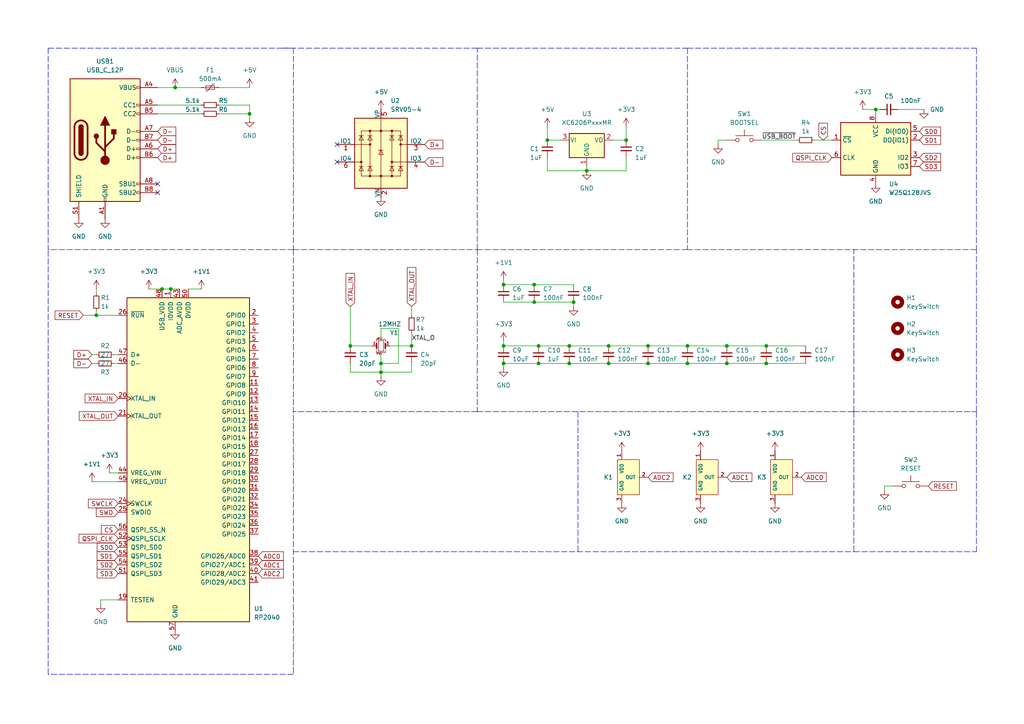
<source format=kicad_sch>
(kicad_sch (version 20211123) (generator eeschema)
  (paper "A4")
  (lib_symbols
    (symbol "Connector:USB_C_Receptacle_USB2.0" (pin_names (offset 1.016))
      (property "Reference" "J" (at -10.16 19.05 0))
      (property "Value" "USB_C_Receptacle_USB2.0" (at 19.05 19.05 0))
      (symbol "USB_C_Receptacle_USB2.0_0_0"
        (rectangle (start -0.254 -17.78) (end 0.254 -16.764))
        (rectangle (start 10.16 -14.986) (end 9.144 -15.494))
        (rectangle (start 10.16 -12.446) (end 9.144 -12.954))
        (rectangle (start 10.16 -4.826) (end 9.144 -5.334))
        (rectangle (start 10.16 -2.286) (end 9.144 -2.794))
        (rectangle (start 10.16 0.254) (end 9.144 -0.254))
        (rectangle (start 10.16 2.794) (end 9.144 2.286))
        (rectangle (start 10.16 7.874) (end 9.144 7.366))
        (rectangle (start 10.16 10.414) (end 9.144 9.906))
        (rectangle (start 10.16 15.494) (end 9.144 14.986))
      )
      (symbol "USB_C_Receptacle_USB2.0_0_1"
        (rectangle (start -10.16 17.78) (end 10.16 -17.78) (stroke (width 0.254)) (fill (type background)))
        (arc (start -8.89 -3.81) (mid -6.985 -5.715) (end -5.08 -3.81) (stroke (width 0.508)))
        (arc (start -7.62 -3.81) (mid -6.985 -4.445) (end -6.35 -3.81) (stroke (width 0.254)))
        (arc (start -7.62 -3.81) (mid -6.985 -4.445) (end -6.35 -3.81) (stroke (width 0.254)) (fill (type outline)))
        (rectangle (start -7.62 -3.81) (end -6.35 3.81) (stroke (width 0.254)) (fill (type outline)))
        (arc (start -6.35 3.81) (mid -6.985 4.445) (end -7.62 3.81) (stroke (width 0.254)))
        (arc (start -6.35 3.81) (mid -6.985 4.445) (end -7.62 3.81) (stroke (width 0.254)) (fill (type outline)))
        (arc (start -5.08 3.81) (mid -6.985 5.715) (end -8.89 3.81) (stroke (width 0.508)))
        (circle (center -2.54 1.143) (radius 0.635) (stroke (width 0.254)) (fill (type outline)))
        (circle (center 0 -5.842) (radius 1.27) (fill (type outline)))
        (polyline (pts (xy -8.89 -3.81) (xy -8.89 3.81)) (stroke (width 0.508)))
        (polyline (pts (xy -5.08 3.81) (xy -5.08 -3.81)) (stroke (width 0.508)))
        (polyline (pts (xy 0 -5.842) (xy 0 4.318)) (stroke (width 0.508)))
        (polyline (pts (xy 0 -3.302) (xy -2.54 -0.762) (xy -2.54 0.508)) (stroke (width 0.508)))
        (polyline (pts (xy 0 -2.032) (xy 2.54 0.508) (xy 2.54 1.778)) (stroke (width 0.508)))
        (polyline (pts (xy -1.27 4.318) (xy 0 6.858) (xy 1.27 4.318) (xy -1.27 4.318)) (stroke (width 0.254)) (fill (type outline)))
        (rectangle (start 1.905 1.778) (end 3.175 3.048) (stroke (width 0.254)) (fill (type outline)))
      )
      (symbol "USB_C_Receptacle_USB2.0_1_1"
        (pin passive line (at 0 -22.86 90) (length 5.08) (name "GND") (number "A1"))
        (pin passive line (at 0 -22.86 90) (length 5.08) hide (name "GND") (number "A12"))
        (pin passive line (at 15.24 15.24 180) (length 5.08) (name "VBUS") (number "A4"))
        (pin bidirectional line (at 15.24 10.16 180) (length 5.08) (name "CC1") (number "A5"))
        (pin bidirectional line (at 15.24 -2.54 180) (length 5.08) (name "D+") (number "A6"))
        (pin bidirectional line (at 15.24 2.54 180) (length 5.08) (name "D-") (number "A7"))
        (pin bidirectional line (at 15.24 -12.7 180) (length 5.08) (name "SBU1") (number "A8"))
        (pin passive line (at 15.24 15.24 180) (length 5.08) hide (name "VBUS") (number "A9"))
        (pin passive line (at 0 -22.86 90) (length 5.08) hide (name "GND") (number "B1"))
        (pin passive line (at 0 -22.86 90) (length 5.08) hide (name "GND") (number "B12"))
        (pin passive line (at 15.24 15.24 180) (length 5.08) hide (name "VBUS") (number "B4"))
        (pin bidirectional line (at 15.24 7.62 180) (length 5.08) (name "CC2") (number "B5"))
        (pin bidirectional line (at 15.24 -5.08 180) (length 5.08) (name "D+") (number "B6"))
        (pin bidirectional line (at 15.24 0 180) (length 5.08) (name "D-") (number "B7"))
        (pin bidirectional line (at 15.24 -15.24 180) (length 5.08) (name "SBU2") (number "B8"))
        (pin passive line (at 15.24 15.24 180) (length 5.08) hide (name "VBUS") (number "B9"))
        (pin passive line (at -7.62 -22.86 90) (length 5.08) (name "SHIELD") (number "S1"))
      )
    )
    (symbol "Device:C_Small" (pin_numbers hide) (pin_names (offset 0.254) hide)
      (property "Reference" "C" (at 0.254 1.778 0))
      (property "Value" "C_Small" (at 0.254 -2.032 0))
      (symbol "C_Small_0_1"
        (polyline (pts (xy -1.524 -0.508) (xy 1.524 -0.508)) (stroke (width 0.3302)))
        (polyline (pts (xy -1.524 0.508) (xy 1.524 0.508)) (stroke (width 0.3048)))
      )
      (symbol "C_Small_1_1"
        (pin passive line (at 0 2.54 270) (length 2.032) (name "~") (number "1"))
        (pin passive line (at 0 -2.54 90) (length 2.032) (name "~") (number "2"))
      )
    )
    (symbol "Device:Crystal_GND24_Small" (pin_names (offset 1.016) hide)
      (property "Reference" "Y" (at 1.27 4.445 0))
      (property "Value" "Crystal_GND24_Small" (at 1.27 2.54 0))
      (symbol "Crystal_GND24_Small_0_1"
        (rectangle (start -0.762 -1.524) (end 0.762 1.524))
        (polyline (pts (xy -1.27 -0.762) (xy -1.27 0.762)) (stroke (width 0.381)))
        (polyline (pts (xy 1.27 -0.762) (xy 1.27 0.762)) (stroke (width 0.381)))
        (polyline (pts (xy -1.27 -1.27) (xy -1.27 -1.905) (xy 1.27 -1.905) (xy 1.27 -1.27)))
        (polyline (pts (xy -1.27 1.27) (xy -1.27 1.905) (xy 1.27 1.905) (xy 1.27 1.27)))
      )
      (symbol "Crystal_GND24_Small_1_1"
        (pin passive line (at -2.54 0 0) (length 1.27) (name "1") (number "1"))
        (pin passive line (at 0 -2.54 90) (length 0.635) (name "2") (number "2"))
        (pin passive line (at 2.54 0 180) (length 1.27) (name "3") (number "3"))
        (pin passive line (at 0 2.54 270) (length 0.635) (name "4") (number "4"))
      )
    )
    (symbol "Device:Polyfuse_Small" (pin_numbers hide) (pin_names (offset 0))
      (property "Reference" "F" (at -1.905 0 90))
      (property "Value" "Polyfuse_Small" (at 1.905 0 90))
      (symbol "Polyfuse_Small_0_1"
        (rectangle (start -0.508 1.27) (end 0.508 -1.27))
        (polyline (pts (xy 0 2.54) (xy 0 -2.54)))
        (polyline (pts (xy -1.016 1.27) (xy -1.016 0.762) (xy 1.016 -0.762) (xy 1.016 -1.27)))
      )
      (symbol "Polyfuse_Small_1_1"
        (pin passive line (at 0 2.54 270) (length 0.635) (name "~") (number "1"))
        (pin passive line (at 0 -2.54 90) (length 0.635) (name "~") (number "2"))
      )
    )
    (symbol "Device:R_Small" (pin_numbers hide) (pin_names (offset 0.254) hide)
      (property "Reference" "R" (at 0.762 0.508 0))
      (property "Value" "R_Small" (at 0.762 -1.016 0))
      (symbol "R_Small_0_1"
        (rectangle (start -0.762 1.778) (end 0.762 -1.778) (stroke (width 0.2032)))
      )
      (symbol "R_Small_1_1"
        (pin passive line (at 0 2.54 270) (length 0.762) (name "~") (number "1"))
        (pin passive line (at 0 -2.54 90) (length 0.762) (name "~") (number "2"))
      )
    )
    (symbol "HallEffect49e:Hall_Sensor" (pin_names (offset 1.016))
      (property "Reference" "U?" (at -4.5212 0.9652 0))
      (symbol "Hall_Sensor_0_1"
        (rectangle (start -3.81 5.08) (end 2.54 -5.08) (fill (type background)))
      )
      (symbol "Hall_Sensor_1_1"
        (pin power_in line (at -2.54 7.62 270) (length 2.54) (name "VDD") (number "1"))
        (pin output line (at 5.08 0 180) (length 2.54) (name "OUT") (number "2"))
        (pin power_in line (at -2.54 -7.62 90) (length 2.54) (name "GND") (number "3"))
      )
    )
    (symbol "Mechanical:MountingHole" (pin_names (offset 1.016))
      (property "Reference" "H" (at 0 5.08 0))
      (property "Value" "MountingHole" (at 0 3.175 0))
      (symbol "MountingHole_0_1"
        (circle (center 0 0) (radius 1.27) (stroke (width 1.27)))
      )
    )
    (symbol "Memory_Flash:W25Q128JVS"
      (property "Reference" "U" (at -8.89 8.89 0))
      (property "Value" "W25Q128JVS" (at 7.62 8.89 0))
      (symbol "W25Q128JVS_0_1"
        (rectangle (start -10.16 7.62) (end 10.16 -7.62) (stroke (width 0.254)) (fill (type background)))
      )
      (symbol "W25Q128JVS_1_1"
        (pin input line (at -12.7 2.54 0) (length 2.54) (name "~{CS}") (number "1"))
        (pin bidirectional line (at 12.7 2.54 180) (length 2.54) (name "DO(IO1)") (number "2"))
        (pin bidirectional line (at 12.7 -2.54 180) (length 2.54) (name "IO2") (number "3"))
        (pin power_in line (at 0 -10.16 90) (length 2.54) (name "GND") (number "4"))
        (pin bidirectional line (at 12.7 5.08 180) (length 2.54) (name "DI(IO0)") (number "5"))
        (pin input line (at -12.7 -2.54 0) (length 2.54) (name "CLK") (number "6"))
        (pin bidirectional line (at 12.7 -5.08 180) (length 2.54) (name "IO3") (number "7"))
        (pin power_in line (at 0 10.16 270) (length 2.54) (name "VCC") (number "8"))
      )
    )
    (symbol "Regulator_Linear:XC6206PxxxMR" (pin_names (offset 0.254))
      (property "Reference" "U" (at -3.81 3.175 0))
      (property "Value" "XC6206PxxxMR" (at 0 3.175 0))
      (symbol "XC6206PxxxMR_0_1"
        (rectangle (start -5.08 1.905) (end 5.08 -5.08) (stroke (width 0.254)) (fill (type background)))
      )
      (symbol "XC6206PxxxMR_1_1"
        (pin power_in line (at 0 -7.62 90) (length 2.54) (name "GND") (number "1"))
        (pin power_out line (at 7.62 0 180) (length 2.54) (name "VO") (number "2"))
        (pin power_in line (at -7.62 0 0) (length 2.54) (name "VI") (number "3"))
      )
    )
    (symbol "Sleep-lib:RP2040" (pin_names (offset 1.016))
      (property "Reference" "U" (at 8.89 51.435 0))
      (property "Value" "RP2040" (at 8.89 48.895 0))
      (symbol "RP2040_0_0"
        (rectangle (start -17.78 -45.72) (end 17.78 48.26) (stroke (width 0.254)) (fill (type background)))
      )
      (symbol "RP2040_1_1"
        (pin power_in line (at -5.08 50.8 270) (length 2.54) (name "IOVDD") (number "1"))
        (pin power_in line (at -5.08 50.8 270) (length 2.54) hide (name "IOVDD") (number "10"))
        (pin input line (at 20.32 22.86 180) (length 2.54) (name "GPIO8") (number "11"))
        (pin input line (at 20.32 20.32 180) (length 2.54) (name "GPIO9") (number "12"))
        (pin input line (at 20.32 17.78 180) (length 2.54) (name "GPIO10") (number "13"))
        (pin input line (at 20.32 15.24 180) (length 2.54) (name "GPIO11") (number "14"))
        (pin input line (at 20.32 12.7 180) (length 2.54) (name "GPIO12") (number "15"))
        (pin input line (at 20.32 10.16 180) (length 2.54) (name "GPIO13") (number "16"))
        (pin input line (at 20.32 7.62 180) (length 2.54) (name "GPIO14") (number "17"))
        (pin input line (at 20.32 5.08 180) (length 2.54) (name "GPIO15") (number "18"))
        (pin input line (at -20.32 -39.37 0) (length 2.54) (name "TESTEN") (number "19"))
        (pin input line (at 20.32 43.18 180) (length 2.54) (name "GPIO0") (number "2"))
        (pin input clock (at -20.32 19.05 0) (length 2.54) (name "XTAL_IN") (number "20"))
        (pin input clock (at -20.32 13.97 0) (length 2.54) (name "XTAL_OUT") (number "21"))
        (pin power_in line (at -5.08 50.8 270) (length 2.54) hide (name "IOVDD") (number "22"))
        (pin power_in line (at 0 50.8 270) (length 2.54) hide (name "DVDD") (number "23"))
        (pin input clock (at -20.32 -11.43 0) (length 2.54) (name "SWCLK") (number "24"))
        (pin bidirectional line (at -20.32 -13.97 0) (length 2.54) (name "SWDIO") (number "25"))
        (pin input line (at -20.32 43.18 0) (length 2.54) (name "~{RUN}") (number "26"))
        (pin input line (at 20.32 2.54 180) (length 2.54) (name "GPIO16") (number "27"))
        (pin input line (at 20.32 0 180) (length 2.54) (name "GPIO17") (number "28"))
        (pin input line (at 20.32 -2.54 180) (length 2.54) (name "GPIO18") (number "29"))
        (pin input line (at 20.32 40.64 180) (length 2.54) (name "GPIO1") (number "3"))
        (pin input line (at 20.32 -5.08 180) (length 2.54) (name "GPIO19") (number "30"))
        (pin input line (at 20.32 -7.62 180) (length 2.54) (name "GPIO20") (number "31"))
        (pin input line (at 20.32 -10.16 180) (length 2.54) (name "GPIO21") (number "32"))
        (pin power_in line (at -5.08 50.8 270) (length 2.54) hide (name "IOVDD") (number "33"))
        (pin input line (at 20.32 -12.7 180) (length 2.54) (name "GPIO22") (number "34"))
        (pin input line (at 20.32 -15.24 180) (length 2.54) (name "GPIO23") (number "35"))
        (pin input line (at 20.32 -17.78 180) (length 2.54) (name "GPIO24") (number "36"))
        (pin input line (at 20.32 -20.32 180) (length 2.54) (name "GPIO25") (number "37"))
        (pin input line (at 20.32 -26.67 180) (length 2.54) (name "GPIO26/ADC0") (number "38"))
        (pin input line (at 20.32 -29.21 180) (length 2.54) (name "GPIO27/ADC1") (number "39"))
        (pin input line (at 20.32 38.1 180) (length 2.54) (name "GPIO2") (number "4"))
        (pin input line (at 20.32 -31.75 180) (length 2.54) (name "GPIO28/ADC2") (number "40"))
        (pin input line (at 20.32 -34.29 180) (length 2.54) (name "GPIO29/ADC3") (number "41"))
        (pin power_in line (at -5.08 50.8 270) (length 2.54) hide (name "IOVDD") (number "42"))
        (pin power_in line (at -2.54 50.8 270) (length 2.54) (name "ADC_AVDD") (number "43"))
        (pin power_in line (at -20.32 -2.54 0) (length 2.54) (name "VREG_VIN") (number "44"))
        (pin power_out line (at -20.32 -5.08 0) (length 2.54) (name "VREG_VOUT") (number "45"))
        (pin bidirectional line (at -20.32 29.21 0) (length 2.54) (name "D-") (number "46"))
        (pin bidirectional line (at -20.32 31.75 0) (length 2.54) (name "D+") (number "47"))
        (pin power_in line (at -7.62 50.8 270) (length 2.54) (name "USB_VDD") (number "48"))
        (pin power_in line (at -5.08 50.8 270) (length 2.54) hide (name "IOVDD") (number "49"))
        (pin input line (at 20.32 35.56 180) (length 2.54) (name "GPIO3") (number "5"))
        (pin power_in line (at 0 50.8 270) (length 2.54) (name "DVDD") (number "50"))
        (pin bidirectional line (at -20.32 -31.75 0) (length 2.54) (name "QSPI_SD3") (number "51"))
        (pin input clock (at -20.32 -21.59 0) (length 2.54) (name "QSPI_SCLK") (number "52"))
        (pin bidirectional line (at -20.32 -24.13 0) (length 2.54) (name "QSPI_SD0") (number "53"))
        (pin bidirectional line (at -20.32 -29.21 0) (length 2.54) (name "QSPI_SD2") (number "54"))
        (pin bidirectional line (at -20.32 -26.67 0) (length 2.54) (name "QSPI_SD1") (number "55"))
        (pin bidirectional line (at -20.32 -19.05 0) (length 2.54) (name "QSPI_SS_N") (number "56"))
        (pin power_in line (at -3.81 -48.26 90) (length 2.54) (name "GND") (number "57"))
        (pin input line (at 20.32 33.02 180) (length 2.54) (name "GPIO4") (number "6"))
        (pin input line (at 20.32 30.48 180) (length 2.54) (name "GPIO5") (number "7"))
        (pin input line (at 20.32 27.94 180) (length 2.54) (name "GPIO6") (number "8"))
        (pin input line (at 20.32 25.4 180) (length 2.54) (name "GPIO7") (number "9"))
      )
    )
    (symbol "Switch:SW_Push" (pin_numbers hide) (pin_names (offset 1.016) hide)
      (property "Reference" "SW" (at 1.27 2.54 0))
      (property "Value" "SW_Push" (at 0 -1.524 0))
      (symbol "SW_Push_0_1"
        (circle (center -2.032 0) (radius 0.508))
        (polyline (pts (xy 0 1.27) (xy 0 3.048)))
        (polyline (pts (xy 2.54 1.27) (xy -2.54 1.27)))
        (circle (center 2.032 0) (radius 0.508))
        (pin passive line (at -5.08 0 0) (length 2.54) (name "1") (number "1"))
        (pin passive line (at 5.08 0 180) (length 2.54) (name "2") (number "2"))
      )
    )
    (symbol "marbastlib-various:SRV05-4" (pin_names (offset 0))
      (property "Reference" "U" (at -5.08 11.43 0))
      (property "Value" "SRV05-4" (at 2.54 11.43 0))
      (symbol "SRV05-4_0_0"
        (rectangle (start -5.715 6.477) (end 5.715 -6.604))
        (polyline (pts (xy -3.175 -6.604) (xy -3.175 6.477)))
        (polyline (pts (xy 3.175 6.477) (xy 3.175 -6.604)))
      )
      (symbol "SRV05-4_0_1"
        (rectangle (start -7.62 10.16) (end 7.62 -10.16) (stroke (width 0.254)) (fill (type background)))
        (circle (center -5.715 -2.54) (radius 0.2794) (fill (type outline)))
        (circle (center -3.175 -6.604) (radius 0.2794) (fill (type outline)))
        (circle (center -3.175 2.54) (radius 0.2794) (fill (type outline)))
        (circle (center -3.175 6.477) (radius 0.2794) (fill (type outline)))
        (circle (center 0 -6.604) (radius 0.2794) (fill (type outline)))
        (polyline (pts (xy -7.747 2.54) (xy -3.175 2.54)))
        (polyline (pts (xy -7.62 -2.54) (xy -5.715 -2.54)))
        (polyline (pts (xy -5.08 -3.81) (xy -6.35 -3.81)))
        (polyline (pts (xy -5.08 5.08) (xy -6.35 5.08)))
        (polyline (pts (xy -2.54 -3.81) (xy -3.81 -3.81)))
        (polyline (pts (xy -2.54 5.08) (xy -3.81 5.08)))
        (polyline (pts (xy 0 10.16) (xy 0 -10.16)))
        (polyline (pts (xy 3.81 -3.81) (xy 2.54 -3.81)))
        (polyline (pts (xy 3.81 5.08) (xy 2.54 5.08)))
        (polyline (pts (xy 6.35 -3.81) (xy 5.08 -3.81)))
        (polyline (pts (xy 6.35 5.08) (xy 5.08 5.08)))
        (polyline (pts (xy 7.62 -2.54) (xy 3.175 -2.54)))
        (polyline (pts (xy 7.62 2.54) (xy 5.715 2.54)))
        (polyline (pts (xy 0.635 0.889) (xy -0.635 0.889) (xy -0.635 0.635)))
        (polyline (pts (xy -5.08 -5.08) (xy -6.35 -5.08) (xy -5.715 -3.81) (xy -5.08 -5.08)))
        (polyline (pts (xy -5.08 3.81) (xy -6.35 3.81) (xy -5.715 5.08) (xy -5.08 3.81)))
        (polyline (pts (xy -2.54 -5.08) (xy -3.81 -5.08) (xy -3.175 -3.81) (xy -2.54 -5.08)))
        (polyline (pts (xy -2.54 3.81) (xy -3.81 3.81) (xy -3.175 5.08) (xy -2.54 3.81)))
        (polyline (pts (xy 0.635 -0.381) (xy -0.635 -0.381) (xy 0 0.889) (xy 0.635 -0.381)))
        (polyline (pts (xy 3.81 -5.08) (xy 2.54 -5.08) (xy 3.175 -3.81) (xy 3.81 -5.08)))
        (polyline (pts (xy 3.81 3.81) (xy 2.54 3.81) (xy 3.175 5.08) (xy 3.81 3.81)))
        (polyline (pts (xy 6.35 -5.08) (xy 5.08 -5.08) (xy 5.715 -3.81) (xy 6.35 -5.08)))
        (polyline (pts (xy 6.35 3.81) (xy 5.08 3.81) (xy 5.715 5.08) (xy 6.35 3.81)))
        (circle (center 0 6.477) (radius 0.2794) (fill (type outline)))
        (circle (center 3.175 -6.604) (radius 0.2794) (fill (type outline)))
        (circle (center 3.175 -2.54) (radius 0.2794) (fill (type outline)))
        (circle (center 3.175 6.477) (radius 0.2794) (fill (type outline)))
        (circle (center 5.715 2.54) (radius 0.2794) (fill (type outline)))
      )
      (symbol "SRV05-4_1_1"
        (pin passive line (at -12.7 2.54 0) (length 5.08) (name "IO1") (number "1"))
        (pin passive line (at 0 -12.7 90) (length 2.54) (name "VN") (number "2"))
        (pin passive line (at 12.7 2.54 180) (length 5.08) (name "IO2") (number "3"))
        (pin passive line (at 12.7 -2.54 180) (length 5.08) (name "IO3") (number "4"))
        (pin passive line (at 0 12.7 270) (length 2.54) (name "VP") (number "5"))
        (pin passive line (at -12.7 -2.54 0) (length 5.08) (name "IO4") (number "6"))
      )
    )
    (symbol "power:+1V1" (power) (pin_names (offset 0))
      (property "Value" "+1V1" (at 0 3.556 0))
      (symbol "+1V1_0_1"
        (polyline (pts (xy -0.762 1.27) (xy 0 2.54)))
        (polyline (pts (xy 0 0) (xy 0 2.54)))
        (polyline (pts (xy 0 2.54) (xy 0.762 1.27)))
      )
      (symbol "+1V1_1_1"
        (pin power_in line (at 0 0 90) (length 0) hide (name "+1V1") (number "1"))
      )
    )
    (symbol "power:+3V3" (power) (pin_names (offset 0))
      (property "Value" "+3V3" (at 0 3.556 0))
      (symbol "+3V3_0_1"
        (polyline (pts (xy -0.762 1.27) (xy 0 2.54)))
        (polyline (pts (xy 0 0) (xy 0 2.54)))
        (polyline (pts (xy 0 2.54) (xy 0.762 1.27)))
      )
      (symbol "+3V3_1_1"
        (pin power_in line (at 0 0 90) (length 0) hide (name "+3V3") (number "1"))
      )
    )
    (symbol "power:+5V" (power) (pin_names (offset 0))
      (property "Value" "+5V" (at 0 3.556 0))
      (symbol "+5V_0_1"
        (polyline (pts (xy -0.762 1.27) (xy 0 2.54)))
        (polyline (pts (xy 0 0) (xy 0 2.54)))
        (polyline (pts (xy 0 2.54) (xy 0.762 1.27)))
      )
      (symbol "+5V_1_1"
        (pin power_in line (at 0 0 90) (length 0) hide (name "+5V") (number "1"))
      )
    )
    (symbol "power:GND" (power) (pin_names (offset 0))
      (property "Value" "GND" (at 0 -3.81 0))
      (symbol "GND_0_1"
        (polyline (pts (xy 0 0) (xy 0 -1.27) (xy 1.27 -1.27) (xy 0 -2.54) (xy -1.27 -1.27) (xy 0 -1.27)))
      )
      (symbol "GND_1_1"
        (pin power_in line (at 0 0 270) (length 0) hide (name "GND") (number "1"))
      )
    )
    (symbol "power:VBUS" (power) (pin_names (offset 0))
      (property "Value" "VBUS" (at 0 3.81 0))
      (symbol "VBUS_0_1"
        (polyline (pts (xy -0.762 1.27) (xy 0 2.54)))
        (polyline (pts (xy 0 0) (xy 0 2.54)))
        (polyline (pts (xy 0 2.54) (xy 0.762 1.27)))
      )
      (symbol "VBUS_1_1"
        (pin power_in line (at 0 0 90) (length 0) hide (name "VBUS") (number "1"))
      )
    )
  )
  (junction (at 222.25 105.41))
  (junction (at 199.39 100.33))
  (junction (at 166.37 87.63))
  (junction (at 181.61 40.64))
  (junction (at 146.05 100.33))
  (junction (at 187.96 100.33))
  (junction (at 254 31.75))
  (junction (at 222.25 100.33))
  (junction (at 210.82 100.33))
  (junction (at 158.75 40.64))
  (junction (at 110.49 105.41))
  (junction (at 199.39 105.41))
  (junction (at 165.1 100.33))
  (junction (at 46.99 83.82))
  (junction (at 156.21 105.41))
  (junction (at 187.96 105.41))
  (junction (at 50.8 25.4))
  (junction (at 146.05 82.55))
  (junction (at 101.6 100.33))
  (junction (at 119.38 100.33))
  (junction (at 154.94 82.55))
  (junction (at 176.53 105.41))
  (junction (at 146.05 105.41))
  (junction (at 156.21 100.33))
  (junction (at 49.53 83.82))
  (junction (at 154.94 87.63))
  (junction (at 210.82 105.41))
  (junction (at 27.94 91.44))
  (junction (at 176.53 100.33))
  (junction (at 110.49 107.95))
  (junction (at 72.39 33.02))
  (junction (at 165.1 105.41))
  (junction (at 170.18 49.53))
  (no_connect (at 45.72 53.34))
  (no_connect (at 97.79 41.91))
  (no_connect (at 45.72 55.88))
  (no_connect (at 97.79 46.99))
  (wire (pts (xy 63.5 25.4) (xy 72.39 25.4)))
  (wire (pts (xy 222.25 105.41) (xy 233.68 105.41)))
  (wire (pts (xy 260.35 31.75) (xy 267.97 31.75)))
  (wire (pts (xy 119.38 96.52) (xy 119.38 100.33)))
  (wire (pts (xy 256.54 140.97) (xy 256.54 142.24)))
  (polyline (pts (xy 85.09 160.02) (xy 247.65 160.02)))
  (polyline (pts (xy 167.64 119.38) (xy 167.64 160.02)))
  (wire (pts (xy 210.82 40.64) (xy 208.28 40.64)))
  (wire (pts (xy 110.49 95.25) (xy 115.57 95.25)))
  (wire (pts (xy 101.6 107.95) (xy 110.49 107.95)))
  (wire (pts (xy 158.75 49.53) (xy 170.18 49.53)))
  (wire (pts (xy 259.08 140.97) (xy 256.54 140.97)))
  (polyline (pts (xy 138.43 119.38) (xy 247.65 119.38)))
  (wire (pts (xy 176.53 100.33) (xy 187.96 100.33)))
  (wire (pts (xy 166.37 87.63) (xy 166.37 88.9)))
  (wire (pts (xy 43.18 83.82) (xy 46.99 83.82)))
  (wire (pts (xy 110.49 105.41) (xy 110.49 102.87)))
  (wire (pts (xy 156.21 100.33) (xy 165.1 100.33)))
  (wire (pts (xy 72.39 30.48) (xy 72.39 33.02)))
  (wire (pts (xy 176.53 105.41) (xy 187.96 105.41)))
  (wire (pts (xy 199.39 100.33) (xy 210.82 100.33)))
  (wire (pts (xy 58.42 30.48) (xy 45.72 30.48)))
  (polyline (pts (xy 138.43 13.97) (xy 81.28 13.97)))
  (polyline (pts (xy 13.97 13.97) (xy 85.09 13.97)))
  (wire (pts (xy 154.94 82.55) (xy 166.37 82.55)))
  (wire (pts (xy 26.67 102.87) (xy 27.94 102.87)))
  (wire (pts (xy 146.05 105.41) (xy 146.05 106.68)))
  (wire (pts (xy 222.25 100.33) (xy 233.68 100.33)))
  (wire (pts (xy 110.49 107.95) (xy 119.38 107.95)))
  (wire (pts (xy 26.67 105.41) (xy 27.94 105.41)))
  (wire (pts (xy 236.22 40.64) (xy 241.3 40.64)))
  (wire (pts (xy 26.67 139.7) (xy 34.29 139.7)))
  (polyline (pts (xy 138.43 13.97) (xy 199.39 13.97)))
  (wire (pts (xy 58.42 33.02) (xy 45.72 33.02)))
  (wire (pts (xy 208.28 40.64) (xy 208.28 41.91)))
  (polyline (pts (xy 13.97 13.97) (xy 13.97 72.39)))
  (wire (pts (xy 34.29 173.99) (xy 29.21 173.99)))
  (wire (pts (xy 156.21 105.41) (xy 165.1 105.41)))
  (wire (pts (xy 146.05 82.55) (xy 154.94 82.55)))
  (polyline (pts (xy 247.65 119.38) (xy 283.21 119.38)))
  (polyline (pts (xy 199.39 13.97) (xy 199.39 72.39)))
  (wire (pts (xy 187.96 100.33) (xy 199.39 100.33)))
  (wire (pts (xy 146.05 99.06) (xy 146.05 100.33)))
  (wire (pts (xy 146.05 100.33) (xy 156.21 100.33)))
  (polyline (pts (xy 85.09 72.39) (xy 85.09 195.58)))
  (wire (pts (xy 46.99 83.82) (xy 49.53 83.82)))
  (wire (pts (xy 113.03 100.33) (xy 119.38 100.33)))
  (polyline (pts (xy 283.21 72.39) (xy 199.39 72.39)))
  (wire (pts (xy 210.82 105.41) (xy 222.25 105.41)))
  (wire (pts (xy 101.6 100.33) (xy 107.95 100.33)))
  (wire (pts (xy 115.57 95.25) (xy 115.57 105.41)))
  (wire (pts (xy 199.39 105.41) (xy 210.82 105.41)))
  (wire (pts (xy 146.05 87.63) (xy 154.94 87.63)))
  (wire (pts (xy 165.1 100.33) (xy 176.53 100.33)))
  (wire (pts (xy 27.94 90.17) (xy 27.94 91.44)))
  (polyline (pts (xy 13.97 195.58) (xy 13.97 72.39)))
  (wire (pts (xy 29.21 173.99) (xy 29.21 175.26)))
  (wire (pts (xy 187.96 105.41) (xy 199.39 105.41)))
  (polyline (pts (xy 247.65 119.38) (xy 247.65 160.02)))
  (wire (pts (xy 165.1 105.41) (xy 176.53 105.41)))
  (wire (pts (xy 119.38 107.95) (xy 119.38 105.41)))
  (polyline (pts (xy 283.21 160.02) (xy 283.21 119.38)))
  (wire (pts (xy 255.27 31.75) (xy 254 31.75)))
  (wire (pts (xy 63.5 30.48) (xy 72.39 30.48)))
  (wire (pts (xy 181.61 49.53) (xy 181.61 45.72)))
  (polyline (pts (xy 85.09 13.97) (xy 85.09 72.39)))
  (polyline (pts (xy 247.65 160.02) (xy 283.21 160.02)))
  (wire (pts (xy 154.94 87.63) (xy 166.37 87.63)))
  (wire (pts (xy 220.98 40.64) (xy 231.14 40.64)))
  (wire (pts (xy 49.53 83.82) (xy 52.07 83.82)))
  (wire (pts (xy 110.49 107.95) (xy 110.49 109.22)))
  (wire (pts (xy 50.8 25.4) (xy 58.42 25.4)))
  (wire (pts (xy 101.6 88.9) (xy 101.6 100.33)))
  (wire (pts (xy 33.02 105.41) (xy 34.29 105.41)))
  (polyline (pts (xy 85.09 72.39) (xy 138.43 72.39)))
  (wire (pts (xy 24.13 91.44) (xy 27.94 91.44)))
  (wire (pts (xy 170.18 48.26) (xy 170.18 49.53)))
  (polyline (pts (xy 283.21 13.97) (xy 283.21 72.39)))
  (wire (pts (xy 250.19 31.75) (xy 254 31.75)))
  (wire (pts (xy 101.6 105.41) (xy 101.6 107.95)))
  (polyline (pts (xy 247.65 119.38) (xy 247.65 72.39)))
  (wire (pts (xy 72.39 34.29) (xy 72.39 33.02)))
  (wire (pts (xy 210.82 100.33) (xy 222.25 100.33)))
  (polyline (pts (xy 138.43 72.39) (xy 138.43 13.97)))
  (wire (pts (xy 170.18 49.53) (xy 181.61 49.53)))
  (polyline (pts (xy 138.43 119.38) (xy 85.09 119.38)))
  (polyline (pts (xy 199.39 13.97) (xy 283.21 13.97)))
  (polyline (pts (xy 283.21 119.38) (xy 283.21 72.39)))
  (wire (pts (xy 146.05 81.28) (xy 146.05 82.55)))
  (wire (pts (xy 146.05 105.41) (xy 156.21 105.41)))
  (polyline (pts (xy 85.09 72.39) (xy 13.97 72.39)))
  (wire (pts (xy 33.02 102.87) (xy 34.29 102.87)))
  (wire (pts (xy 254 31.75) (xy 254 33.02)))
  (wire (pts (xy 54.61 83.82) (xy 58.42 83.82)))
  (wire (pts (xy 27.94 91.44) (xy 34.29 91.44)))
  (wire (pts (xy 158.75 40.64) (xy 162.56 40.64)))
  (wire (pts (xy 115.57 105.41) (xy 110.49 105.41)))
  (wire (pts (xy 181.61 36.83) (xy 181.61 40.64)))
  (wire (pts (xy 45.72 25.4) (xy 50.8 25.4)))
  (wire (pts (xy 158.75 36.83) (xy 158.75 40.64)))
  (wire (pts (xy 63.5 33.02) (xy 72.39 33.02)))
  (wire (pts (xy 31.75 137.16) (xy 34.29 137.16)))
  (polyline (pts (xy 138.43 72.39) (xy 138.43 119.38)))
  (wire (pts (xy 110.49 105.41) (xy 110.49 107.95)))
  (wire (pts (xy 177.8 40.64) (xy 181.61 40.64)))
  (wire (pts (xy 158.75 45.72) (xy 158.75 49.53)))
  (polyline (pts (xy 85.09 195.58) (xy 13.97 195.58)))
  (wire (pts (xy 27.94 83.82) (xy 27.94 85.09)))
  (wire (pts (xy 110.49 97.79) (xy 110.49 95.25)))
  (polyline (pts (xy 199.39 72.39) (xy 138.43 72.39)))
  (wire (pts (xy 119.38 88.9) (xy 119.38 91.44)))
  (label "~{USB_BOOT}" (at 220.98 40.64 0))
  (label "XTAL_O" (at 119.38 99.06 0))
  (global_label "SD1" (shape input) (at 34.29 161.29 180) (property "Intersheet References" "${INTERSHEET_REFS}" (effects hide)))
  (global_label "SWCLK" (shape input) (at 34.29 146.05 180) (property "Intersheet References" "${INTERSHEET_REFS}" (effects hide)))
  (global_label "SD0" (shape input) (at 34.29 158.75 180) (property "Intersheet References" "${INTERSHEET_REFS}" (effects hide)))
  (global_label "ADC1" (shape input) (at 74.93 163.83 0) (property "Intersheet References" "${INTERSHEET_REFS}" (effects hide)))
  (global_label "ADC1" (shape input) (at 210.82 138.43 0) (property "Intersheet References" "${INTERSHEET_REFS}" (effects hide)))
  (global_label "XTAL_OUT" (shape input) (at 34.29 120.65 180) (property "Intersheet References" "${INTERSHEET_REFS}" (effects hide)))
  (global_label "CS" (shape input) (at 238.76 40.64 90) (property "Intersheet References" "${INTERSHEET_REFS}" (effects hide)))
  (global_label "ADC2" (shape input) (at 74.93 166.37 0) (property "Intersheet References" "${INTERSHEET_REFS}" (effects hide)))
  (global_label "CS" (shape input) (at 34.29 153.67 180) (property "Intersheet References" "${INTERSHEET_REFS}" (effects hide)))
  (global_label "ADC0" (shape input) (at 74.93 161.29 0) (property "Intersheet References" "${INTERSHEET_REFS}" (effects hide)))
  (global_label "XTAL_IN" (shape input) (at 34.29 115.57 180) (property "Intersheet References" "${INTERSHEET_REFS}" (effects hide)))
  (global_label "XTAL_IN" (shape input) (at 101.6 88.9 90) (property "Intersheet References" "${INTERSHEET_REFS}" (effects hide)))
  (global_label "QSPI_CLK" (shape input) (at 34.29 156.21 180) (property "Intersheet References" "${INTERSHEET_REFS}" (effects hide)))
  (global_label "QSPI_CLK" (shape input) (at 241.3 45.72 180) (property "Intersheet References" "${INTERSHEET_REFS}" (effects hide)))
  (global_label "RESET" (shape input) (at 269.24 140.97 0) (property "Intersheet References" "${INTERSHEET_REFS}" (effects hide)))
  (global_label "D-" (shape input) (at 26.67 105.41 180) (property "Intersheet References" "${INTERSHEET_REFS}" (effects hide)))
  (global_label "SD1" (shape input) (at 266.7 40.64 0) (property "Intersheet References" "${INTERSHEET_REFS}" (effects hide)))
  (global_label "SD3" (shape input) (at 266.7 48.26 0) (property "Intersheet References" "${INTERSHEET_REFS}" (effects hide)))
  (global_label "D+" (shape input) (at 26.67 102.87 180) (property "Intersheet References" "${INTERSHEET_REFS}" (effects hide)))
  (global_label "SD3" (shape input) (at 34.29 166.37 180) (property "Intersheet References" "${INTERSHEET_REFS}" (effects hide)))
  (global_label "RESET" (shape input) (at 24.13 91.44 180) (property "Intersheet References" "${INTERSHEET_REFS}" (effects hide)))
  (global_label "SWD" (shape input) (at 34.29 148.59 180) (property "Intersheet References" "${INTERSHEET_REFS}" (effects hide)))
  (global_label "ADC0" (shape input) (at 232.41 138.43 0) (property "Intersheet References" "${INTERSHEET_REFS}" (effects hide)))
  (global_label "SD0" (shape input) (at 266.7 38.1 0) (property "Intersheet References" "${INTERSHEET_REFS}" (effects hide)))
  (global_label "D+" (shape input) (at 45.72 43.18 0) (property "Intersheet References" "${INTERSHEET_REFS}" (effects hide)))
  (global_label "D+" (shape input) (at 123.19 41.91 0) (property "Intersheet References" "${INTERSHEET_REFS}" (effects hide)))
  (global_label "D+" (shape input) (at 45.72 45.72 0) (property "Intersheet References" "${INTERSHEET_REFS}" (effects hide)))
  (global_label "D-" (shape input) (at 45.72 38.1 0) (property "Intersheet References" "${INTERSHEET_REFS}" (effects hide)))
  (global_label "D-" (shape input) (at 123.19 46.99 0) (property "Intersheet References" "${INTERSHEET_REFS}" (effects hide)))
  (global_label "D-" (shape input) (at 45.72 40.64 0) (property "Intersheet References" "${INTERSHEET_REFS}" (effects hide)))
  (global_label "SD2" (shape input) (at 266.7 45.72 0) (property "Intersheet References" "${INTERSHEET_REFS}" (effects hide)))
  (global_label "XTAL_OUT" (shape input) (at 119.38 88.9 90) (property "Intersheet References" "${INTERSHEET_REFS}" (effects hide)))
  (global_label "ADC2" (shape input) (at 187.96 138.43 0) (property "Intersheet References" "${INTERSHEET_REFS}" (effects hide)))
  (global_label "SD2" (shape input) (at 34.29 163.83 180) (property "Intersheet References" "${INTERSHEET_REFS}" (effects hide)))
  (symbol (lib_id "power:GND") (at 110.49 57.15 0) (unit 1)
    (property "Reference" "#PWR0118" (effects hide))
    (property "Value" "GND" (at 110.49 62.23 0))
  )
  (symbol (lib_id "Device:C_Small") (at 154.94 85.09 0) (unit 1)
    (property "Reference" "C7" (at 157.48 83.8262 0) (effects (justify left)))
    (property "Value" "100nF" (at 157.48 86.3662 0) (effects (justify left)))
    (property "Footprint" "Capacitor_SMD:C_0402_1005Metric" (effects hide))
  )
  (symbol (lib_id "power:+3V3") (at 203.2 130.81 0) (unit 1)
    (property "Reference" "#PWR0111" (effects hide))
    (property "Value" "+3V3" (at 203.2 125.73 0))
  )
  (symbol (lib_id "Switch:SW_Push") (at 264.16 140.97 0) (unit 1)
    (property "Reference" "SW2" (at 264.16 133.35 0))
    (property "Value" "RESET" (at 264.16 135.89 0))
    (property "Footprint" "Jumper:SolderJumper-2_P1.3mm_Open_RoundedPad1.0x1.5mm" (effects hide))
  )
  (symbol (lib_id "power:GND") (at 30.48 63.5 0) (unit 1)
    (property "Reference" "#PWR0116" (effects hide))
    (property "Value" "GND" (at 30.48 68.58 0))
  )
  (symbol (lib_id "Sleep-lib:RP2040") (at 54.61 134.62 0) (unit 1)
    (property "Reference" "U1" (at 73.66 176.53 0) (effects (justify left)))
    (property "Value" "RP2040" (at 73.66 179.07 0) (effects (justify left)))
    (property "Footprint" "Sleep-lib:RP2040-QFN-56" (effects hide))
    (property "Datasheet" "https://datasheets.raspberrypi.com/rp2040/rp2040-datasheet.pdf" (effects hide))
  )
  (symbol (lib_id "power:GND") (at 267.97 31.75 0) (unit 1)
    (property "Reference" "#PWR0127" (effects hide))
    (property "Value" "GND" (at 271.78 31.75 0))
  )
  (symbol (lib_id "Device:C_Small") (at 156.21 102.87 0) (unit 1)
    (property "Reference" "C10" (at 158.75 101.6062 0) (effects (justify left)))
    (property "Value" "1uF" (at 158.75 104.1462 0) (effects (justify left)))
    (property "Footprint" "Capacitor_SMD:C_0402_1005Metric" (effects hide))
  )
  (symbol (lib_id "Connector:USB_C_Receptacle_USB2.0") (at 30.48 40.64 0) (unit 1)
    (property "Reference" "USB1" (at 30.48 17.78 0))
    (property "Value" "USB_C_12P" (at 30.48 20.32 0))
    (property "Footprint" "Connector_USB:USB_C_Receptacle_HRO_TYPE-C-31-M-12" (effects hide))
    (property "Datasheet" "https://www.usb.org/sites/default/files/documents/usb_type-c.zip" (effects hide))
  )
  (symbol (lib_id "Device:R_Small") (at 30.48 102.87 90) (unit 1)
    (property "Reference" "R2" (at 30.48 100.33 90))
    (property "Value" "27" (at 30.48 102.87 90))
    (property "Footprint" "Resistor_SMD:R_0603_1608Metric" (effects hide))
  )
  (symbol (lib_id "power:+3V3") (at 31.75 137.16 0) (unit 1)
    (property "Reference" "#PWR0104" (effects hide))
    (property "Value" "+3V3" (at 31.75 132.08 0))
  )
  (symbol (lib_id "power:+1V1") (at 58.42 83.82 0) (unit 1)
    (property "Reference" "#PWR0106" (effects hide))
    (property "Value" "+1V1" (at 58.42 78.74 0))
  )
  (symbol (lib_id "power:GND") (at 166.37 88.9 0) (unit 1)
    (property "Reference" "#PWR0132" (effects hide))
    (property "Value" "GND" (at 166.37 93.98 0))
  )
  (symbol (lib_id "Device:C_Small") (at 233.68 102.87 0) (unit 1)
    (property "Reference" "C17" (at 236.22 101.6062 0) (effects (justify left)))
    (property "Value" "100nF" (at 236.22 104.1462 0) (effects (justify left)))
    (property "Footprint" "Capacitor_SMD:C_0402_1005Metric" (effects hide))
  )
  (symbol (lib_id "power:VBUS") (at 50.8 25.4 0) (unit 1)
    (property "Reference" "#PWR0115" (effects hide))
    (property "Value" "VBUS" (at 50.8 20.32 0))
  )
  (symbol (lib_id "Device:C_Small") (at 199.39 102.87 0) (unit 1)
    (property "Reference" "C14" (at 201.93 101.6062 0) (effects (justify left)))
    (property "Value" "100nF" (at 201.93 104.1462 0) (effects (justify left)))
    (property "Footprint" "Capacitor_SMD:C_0402_1005Metric" (effects hide))
  )
  (symbol (lib_id "power:GND") (at 110.49 109.22 0) (unit 1)
    (property "Reference" "#PWR0110" (effects hide))
    (property "Value" "GND" (at 110.49 114.3 0))
  )
  (symbol (lib_id "power:+3V3") (at 181.61 36.83 0) (unit 1)
    (property "Reference" "#PWR0125" (effects hide))
    (property "Value" "+3V3" (at 181.61 31.75 0))
  )
  (symbol (lib_id "Device:R_Small") (at 233.68 40.64 90) (unit 1)
    (property "Reference" "R4" (at 233.68 35.56 90))
    (property "Value" "1k" (at 233.68 38.1 90))
    (property "Footprint" "Resistor_SMD:R_0402_1005Metric" (effects hide))
  )
  (symbol (lib_id "Device:C_Small") (at 181.61 43.18 0) (unit 1)
    (property "Reference" "C2" (at 184.15 43.18 0) (effects (justify left)))
    (property "Value" "1uF" (at 184.15 45.72 0) (effects (justify left)))
    (property "Footprint" "Capacitor_SMD:C_0402_1005Metric" (effects hide))
  )
  (symbol (lib_id "Switch:SW_Push") (at 215.9 40.64 0) (unit 1)
    (property "Reference" "SW1" (at 215.9 33.02 0))
    (property "Value" "BOOTSEL" (at 215.9 35.56 0))
    (property "Footprint" "Jumper:SolderJumper-2_P1.3mm_Open_RoundedPad1.0x1.5mm" (effects hide))
  )
  (symbol (lib_id "Device:R_Small") (at 27.94 87.63 0) (unit 1)
    (property "Reference" "R1" (at 29.21 86.36 0) (effects (justify left)))
    (property "Value" "1k" (at 29.21 88.9 0) (effects (justify left)))
    (property "Footprint" "Resistor_SMD:R_0402_1005Metric" (effects hide))
  )
  (symbol (lib_id "power:+3V3") (at 43.18 83.82 0) (unit 1)
    (property "Reference" "#PWR0105" (effects hide))
    (property "Value" "+3V3" (at 43.18 78.74 0))
  )
  (symbol (lib_id "power:+5V") (at 72.39 25.4 0) (unit 1)
    (property "Reference" "#PWR0117" (effects hide))
    (property "Value" "+5V" (at 72.39 20.32 0))
  )
  (symbol (lib_id "power:GND") (at 22.86 63.5 0) (unit 1)
    (property "Reference" "#PWR0109" (effects hide))
    (property "Value" "GND" (at 22.86 68.58 0))
  )
  (symbol (lib_id "power:GND") (at 208.28 41.91 0) (unit 1)
    (property "Reference" "#PWR0107" (effects hide))
    (property "Value" "GND" (at 208.28 46.99 0))
  )
  (symbol (lib_id "Device:C_Small") (at 165.1 102.87 0) (unit 1)
    (property "Reference" "C11" (at 167.64 101.6062 0) (effects (justify left)))
    (property "Value" "100nF" (at 167.64 104.1462 0) (effects (justify left)))
    (property "Footprint" "Capacitor_SMD:C_0402_1005Metric" (effects hide))
  )
  (symbol (lib_id "Device:C_Small") (at 158.75 43.18 0) (unit 1)
    (property "Reference" "C1" (at 153.67 43.18 0) (effects (justify left)))
    (property "Value" "1uF" (at 153.67 45.72 0) (effects (justify left)))
    (property "Footprint" "Capacitor_SMD:C_0402_1005Metric" (effects hide))
  )
  (symbol (lib_id "power:GND") (at 180.34 146.05 0) (unit 1)
    (property "Reference" "#PWR0114" (effects hide))
    (property "Value" "GND" (at 180.34 151.13 0))
  )
  (symbol (lib_id "power:+1V1") (at 146.05 81.28 0) (unit 1)
    (property "Reference" "#PWR0129" (effects hide))
    (property "Value" "+1V1" (at 146.05 76.2 0))
  )
  (symbol (lib_id "Regulator_Linear:XC6206PxxxMR") (at 170.18 40.64 0) (unit 1)
    (property "Reference" "U3" (at 170.18 33.02 0))
    (property "Value" "XC6206PxxxMR" (at 170.18 35.56 0))
    (property "Footprint" "Package_TO_SOT_SMD:SOT-23" (effects hide))
    (property "Datasheet" "https://www.torexsemi.com/file/xc6206/XC6206.pdf" (effects hide))
  )
  (symbol (lib_id "Memory_Flash:W25Q128JVS") (at 254 43.18 0) (unit 1)
    (property "Reference" "U4" (at 257.81 53.34 0) (effects (justify left)))
    (property "Value" "W25Q128JVS" (at 257.81 55.88 0) (effects (justify left)))
    (property "Footprint" "Package_SO:SOIC-8_5.23x5.23mm_P1.27mm" (effects hide))
    (property "Datasheet" "http://www.winbond.com/resource-files/w25q128jv_dtr%20revc%2003272018%20plus.pdf" (effects hide))
  )
  (symbol (lib_id "Device:C_Small") (at 176.53 102.87 0) (unit 1)
    (property "Reference" "C12" (at 179.07 101.6062 0) (effects (justify left)))
    (property "Value" "100nF" (at 179.07 104.1462 0) (effects (justify left)))
    (property "Footprint" "Capacitor_SMD:C_0402_1005Metric" (effects hide))
  )
  (symbol (lib_id "power:+3V3") (at 224.79 130.81 0) (unit 1)
    (property "Reference" "#PWR0120" (effects hide))
    (property "Value" "+3V3" (at 224.79 125.73 0))
  )
  (symbol (lib_id "power:+5V") (at 158.75 36.83 0) (unit 1)
    (property "Reference" "#PWR0124" (effects hide))
    (property "Value" "+5V" (at 158.75 31.75 0))
  )
  (symbol (lib_id "power:GND") (at 50.8 182.88 0) (unit 1)
    (property "Reference" "#PWR0102" (effects hide))
    (property "Value" "GND" (at 50.8 187.96 0))
  )
  (symbol (lib_id "power:+3V3") (at 146.05 99.06 0) (unit 1)
    (property "Reference" "#PWR0130" (effects hide))
    (property "Value" "+3V3" (at 146.05 93.98 0))
  )
  (symbol (lib_id "Device:C_Small") (at 210.82 102.87 0) (unit 1)
    (property "Reference" "C15" (at 213.36 101.6062 0) (effects (justify left)))
    (property "Value" "100nF" (at 213.36 104.1462 0) (effects (justify left)))
    (property "Footprint" "Capacitor_SMD:C_0402_1005Metric" (effects hide))
  )
  (symbol (lib_id "power:GND") (at 72.39 34.29 0) (unit 1)
    (property "Reference" "#PWR0122" (effects hide))
    (property "Value" "GND" (at 72.39 39.37 0))
  )
  (symbol (lib_id "power:GND") (at 254 53.34 0) (unit 1)
    (property "Reference" "#PWR0126" (effects hide))
    (property "Value" "GND" (at 254 58.42 0))
  )
  (symbol (lib_id "Device:R_Small") (at 119.38 93.98 180) (unit 1)
    (property "Reference" "R7" (at 121.92 92.71 0))
    (property "Value" "1k" (at 121.92 95.25 0))
    (property "Footprint" "Resistor_SMD:R_0402_1005Metric" (effects hide))
  )
  (symbol (lib_id "marbastlib-various:SRV05-4") (at 110.49 44.45 0) (unit 1)
    (property "Reference" "U2" (at 113.2587 29.21 0) (effects (justify left)))
    (property "Value" "SRV05-4" (at 113.2587 31.75 0) (effects (justify left)))
    (property "Footprint" "marbastlib-various:SOT-23-6-routable" (effects hide))
    (property "Datasheet" "http://www.onsemi.com/pub/Collateral/SRV05-4-D.PDF" (effects hide))
  )
  (symbol (lib_id "Device:C_Small") (at 257.81 31.75 90) (unit 1)
    (property "Reference" "C5" (at 257.81 27.94 90))
    (property "Value" "100nF" (at 264.16 29.21 90))
    (property "Footprint" "Capacitor_SMD:C_0402_1005Metric" (effects hide))
  )
  (symbol (lib_id "Device:C_Small") (at 166.37 85.09 0) (unit 1)
    (property "Reference" "C8" (at 168.91 83.8262 0) (effects (justify left)))
    (property "Value" "100nF" (at 168.91 86.3662 0) (effects (justify left)))
    (property "Footprint" "Capacitor_SMD:C_0402_1005Metric" (effects hide))
  )
  (symbol (lib_id "power:+3V3") (at 180.34 130.81 0) (unit 1)
    (property "Reference" "#PWR0113" (effects hide))
    (property "Value" "+3V3" (at 180.34 125.73 0))
  )
  (symbol (lib_id "Device:C_Small") (at 146.05 85.09 0) (unit 1)
    (property "Reference" "C6" (at 148.59 83.8262 0) (effects (justify left)))
    (property "Value" "1uF" (at 148.59 86.3662 0) (effects (justify left)))
    (property "Footprint" "Capacitor_SMD:C_0402_1005Metric" (effects hide))
  )
  (symbol (lib_id "Device:Crystal_GND24_Small") (at 110.49 100.33 0) (unit 1)
    (property "Reference" "Y1" (at 114.3 96.52 0))
    (property "Value" "12MHZ" (at 113.03 93.98 0))
    (property "Footprint" "Crystal:Crystal_SMD_3225-4Pin_3.2x2.5mm" (effects hide))
  )
  (symbol (lib_id "power:GND") (at 29.21 175.26 0) (unit 1)
    (property "Reference" "#PWR0101" (effects hide))
    (property "Value" "GND" (at 29.21 180.34 0))
  )
  (symbol (lib_id "power:+5V") (at 110.49 31.75 0) (unit 1)
    (property "Reference" "#PWR0119" (effects hide))
    (property "Value" "+5V" (at 110.49 26.67 0))
  )
  (symbol (lib_id "Mechanical:MountingHole") (at 260.35 95.25 0) (unit 1)
    (property "Reference" "H2" (at 262.89 93.9799 0) (effects (justify left)))
    (property "Value" "KeySwitch" (at 262.89 96.5199 0) (effects (justify left)))
    (property "Footprint" "MX_Only:MXOnly-1U-FLIPPED" (effects hide))
  )
  (symbol (lib_id "HallEffect49e:Hall_Sensor") (at 182.88 138.43 0) (unit 1)
    (property "Reference" "K1" (at 177.8 138.4299 0) (effects (justify right)))
    (property "Value" "Hall_Sensor" (effects hide))
    (property "Footprint" "Package_TO_SOT_SMD:SOT-23" (effects hide))
    (property "LCSC Part" "C266230" (effects hide))
    (property "MPN" "GH39FKSW" (effects hide))
    (property "Notes" "Alternate part: OH49E-S (C85573)" (effects hide))
  )
  (symbol (lib_id "Device:C_Small") (at 222.25 102.87 0) (unit 1)
    (property "Reference" "C16" (at 224.79 101.6062 0) (effects (justify left)))
    (property "Value" "100nF" (at 224.79 104.1462 0) (effects (justify left)))
    (property "Footprint" "Capacitor_SMD:C_0402_1005Metric" (effects hide))
  )
  (symbol (lib_id "power:GND") (at 170.18 49.53 0) (unit 1)
    (property "Reference" "#PWR0123" (effects hide))
    (property "Value" "GND" (at 170.18 54.61 0))
  )
  (symbol (lib_id "Device:R_Small") (at 60.96 33.02 90) (unit 1)
    (property "Reference" "R6" (at 64.77 31.75 90))
    (property "Value" "5.1k" (at 55.88 31.75 90))
    (property "Footprint" "Resistor_SMD:R_0402_1005Metric" (effects hide))
  )
  (symbol (lib_id "Device:C_Small") (at 101.6 102.87 0) (unit 1)
    (property "Reference" "C3" (at 104.14 102.87 0) (effects (justify left)))
    (property "Value" "20pF" (at 104.14 105.41 0) (effects (justify left)))
    (property "Footprint" "Capacitor_SMD:C_0402_1005Metric" (effects hide))
  )
  (symbol (lib_id "HallEffect49e:Hall_Sensor") (at 227.33 138.43 0) (unit 1)
    (property "Reference" "K3" (at 222.25 138.4299 0) (effects (justify right)))
    (property "Value" "Hall_Sensor" (effects hide))
    (property "Footprint" "Package_TO_SOT_SMD:SOT-23" (effects hide))
    (property "LCSC Part" "C266230" (effects hide))
    (property "MPN" "GH39FKSW" (effects hide))
    (property "Notes" "Alternate part: OH49E-S (C85573)" (effects hide))
  )
  (symbol (lib_id "Device:R_Small") (at 30.48 105.41 90) (unit 1)
    (property "Reference" "R3" (at 30.48 107.95 90))
    (property "Value" "27" (at 30.48 105.41 90))
    (property "Footprint" "Resistor_SMD:R_0603_1608Metric" (effects hide))
  )
  (symbol (lib_id "power:GND") (at 146.05 106.68 0) (unit 1)
    (property "Reference" "#PWR0131" (effects hide))
    (property "Value" "GND" (at 146.05 111.76 0))
  )
  (symbol (lib_id "Device:R_Small") (at 60.96 30.48 90) (unit 1)
    (property "Reference" "R5" (at 64.77 29.21 90))
    (property "Value" "5.1k" (at 55.88 29.21 90))
    (property "Footprint" "Resistor_SMD:R_0402_1005Metric" (effects hide))
  )
  (symbol (lib_id "HallEffect49e:Hall_Sensor") (at 205.74 138.43 0) (unit 1)
    (property "Reference" "K2" (at 200.66 138.4299 0) (effects (justify right)))
    (property "Value" "Hall_Sensor" (effects hide))
    (property "Footprint" "Package_TO_SOT_SMD:SOT-23" (effects hide))
    (property "LCSC Part" "C266230" (effects hide))
    (property "MPN" "GH39FKSW" (effects hide))
    (property "Notes" "Alternate part: OH49E-S (C85573)" (effects hide))
  )
  (symbol (lib_id "Device:Polyfuse_Small") (at 60.96 25.4 90) (unit 1)
    (property "Reference" "F1" (at 60.96 20.32 90))
    (property "Value" "500mA" (at 60.96 22.86 90))
    (property "Footprint" "Fuse:Fuse_0402_1005Metric" (effects hide))
  )
  (symbol (lib_id "Mechanical:MountingHole") (at 260.35 102.87 0) (unit 1)
    (property "Reference" "H3" (at 262.89 101.5999 0) (effects (justify left)))
    (property "Value" "KeySwitch" (at 262.89 104.1399 0) (effects (justify left)))
    (property "Footprint" "MX_Only:MXOnly-1U-FLIPPED" (effects hide))
  )
  (symbol (lib_id "power:GND") (at 203.2 146.05 0) (unit 1)
    (property "Reference" "#PWR0112" (effects hide))
    (property "Value" "GND" (at 203.2 151.13 0))
  )
  (symbol (lib_id "power:GND") (at 256.54 142.24 0) (unit 1)
    (property "Reference" "#PWR0134" (effects hide))
    (property "Value" "GND" (at 256.54 147.32 0))
  )
  (symbol (lib_id "Mechanical:MountingHole") (at 260.35 87.63 0) (unit 1)
    (property "Reference" "H1" (at 262.89 86.3599 0) (effects (justify left)))
    (property "Value" "KeySwitch" (at 262.89 88.8999 0) (effects (justify left)))
    (property "Footprint" "MX_Only:MXOnly-1U-FLIPPED" (effects hide))
  )
  (symbol (lib_id "power:+3V3") (at 250.19 31.75 0) (unit 1)
    (property "Reference" "#PWR0128" (effects hide))
    (property "Value" "+3V3" (at 250.19 26.67 0))
  )
  (symbol (lib_id "power:GND") (at 224.79 146.05 0) (unit 1)
    (property "Reference" "#PWR0121" (effects hide))
    (property "Value" "GND" (at 224.79 151.13 0))
  )
  (symbol (lib_id "power:+1V1") (at 26.67 139.7 0) (unit 1)
    (property "Reference" "#PWR0103" (effects hide))
    (property "Value" "+1V1" (at 26.67 134.62 0))
  )
  (symbol (lib_id "Device:C_Small") (at 187.96 102.87 0) (unit 1)
    (property "Reference" "C13" (at 190.5 101.6062 0) (effects (justify left)))
    (property "Value" "100nF" (at 190.5 104.1462 0) (effects (justify left)))
    (property "Footprint" "Capacitor_SMD:C_0402_1005Metric" (effects hide))
  )
  (symbol (lib_id "Device:C_Small") (at 146.05 102.87 0) (unit 1)
    (property "Reference" "C9" (at 148.59 101.6062 0) (effects (justify left)))
    (property "Value" "10uF" (at 148.59 104.1462 0) (effects (justify left)))
    (property "Footprint" "Capacitor_SMD:C_0402_1005Metric" (effects hide))
  )
  (symbol (lib_id "power:+3V3") (at 27.94 83.82 0) (unit 1)
    (property "Reference" "#PWR0108" (effects hide))
    (property "Value" "+3V3" (at 27.94 78.74 0))
  )
  (symbol (lib_id "Device:C_Small") (at 119.38 102.87 0) (unit 1)
    (property "Reference" "C4" (at 121.92 102.87 0) (effects (justify left)))
    (property "Value" "20pF" (at 121.92 105.41 0) (effects (justify left)))
    (property "Footprint" "Capacitor_SMD:C_0402_1005Metric" (effects hide))
  )
)
</source>
